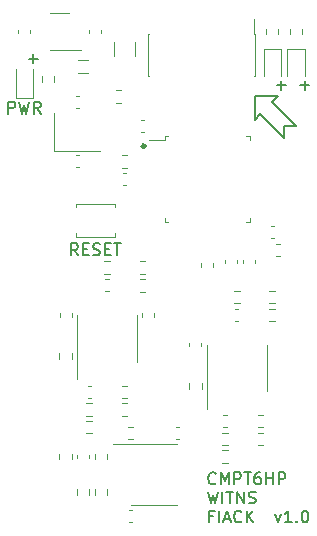
<source format=gbr>
%TF.GenerationSoftware,KiCad,Pcbnew,(6.0.9)*%
%TF.CreationDate,2023-01-29T17:21:33+01:00*%
%TF.ProjectId,witns_processing_board,7769746e-735f-4707-926f-63657373696e,rev?*%
%TF.SameCoordinates,Original*%
%TF.FileFunction,Legend,Top*%
%TF.FilePolarity,Positive*%
%FSLAX46Y46*%
G04 Gerber Fmt 4.6, Leading zero omitted, Abs format (unit mm)*
G04 Created by KiCad (PCBNEW (6.0.9)) date 2023-01-29 17:21:33*
%MOMM*%
%LPD*%
G01*
G04 APERTURE LIST*
%ADD10C,0.300000*%
%ADD11C,0.150000*%
%ADD12C,0.120000*%
G04 APERTURE END LIST*
D10*
X47711803Y-105200000D02*
G75*
G03*
X47711803Y-105200000I-111803J0D01*
G01*
D11*
X57000000Y-101000000D02*
X59000000Y-101000000D01*
X59500000Y-104500000D02*
X59500000Y-103500000D01*
X57000000Y-103000000D02*
X57500000Y-102500000D01*
X57500000Y-102500000D02*
X59500000Y-104500000D01*
X58500000Y-101500000D02*
X60500000Y-103500000D01*
X57000000Y-101000000D02*
X57000000Y-103000000D01*
X59000000Y-101000000D02*
X58500000Y-101500000D01*
X59500000Y-103500000D02*
X60500000Y-103500000D01*
X53707023Y-133747142D02*
X53659404Y-133794761D01*
X53516547Y-133842380D01*
X53421309Y-133842380D01*
X53278452Y-133794761D01*
X53183214Y-133699523D01*
X53135595Y-133604285D01*
X53087976Y-133413809D01*
X53087976Y-133270952D01*
X53135595Y-133080476D01*
X53183214Y-132985238D01*
X53278452Y-132890000D01*
X53421309Y-132842380D01*
X53516547Y-132842380D01*
X53659404Y-132890000D01*
X53707023Y-132937619D01*
X54135595Y-133842380D02*
X54135595Y-132842380D01*
X54468928Y-133556666D01*
X54802261Y-132842380D01*
X54802261Y-133842380D01*
X55278452Y-133842380D02*
X55278452Y-132842380D01*
X55659404Y-132842380D01*
X55754642Y-132890000D01*
X55802261Y-132937619D01*
X55849880Y-133032857D01*
X55849880Y-133175714D01*
X55802261Y-133270952D01*
X55754642Y-133318571D01*
X55659404Y-133366190D01*
X55278452Y-133366190D01*
X56135595Y-132842380D02*
X56707023Y-132842380D01*
X56421309Y-133842380D02*
X56421309Y-132842380D01*
X57468928Y-132842380D02*
X57278452Y-132842380D01*
X57183214Y-132890000D01*
X57135595Y-132937619D01*
X57040357Y-133080476D01*
X56992738Y-133270952D01*
X56992738Y-133651904D01*
X57040357Y-133747142D01*
X57087976Y-133794761D01*
X57183214Y-133842380D01*
X57373690Y-133842380D01*
X57468928Y-133794761D01*
X57516547Y-133747142D01*
X57564166Y-133651904D01*
X57564166Y-133413809D01*
X57516547Y-133318571D01*
X57468928Y-133270952D01*
X57373690Y-133223333D01*
X57183214Y-133223333D01*
X57087976Y-133270952D01*
X57040357Y-133318571D01*
X56992738Y-133413809D01*
X57992738Y-133842380D02*
X57992738Y-132842380D01*
X57992738Y-133318571D02*
X58564166Y-133318571D01*
X58564166Y-133842380D02*
X58564166Y-132842380D01*
X59040357Y-133842380D02*
X59040357Y-132842380D01*
X59421309Y-132842380D01*
X59516547Y-132890000D01*
X59564166Y-132937619D01*
X59611785Y-133032857D01*
X59611785Y-133175714D01*
X59564166Y-133270952D01*
X59516547Y-133318571D01*
X59421309Y-133366190D01*
X59040357Y-133366190D01*
X53040357Y-134452380D02*
X53278452Y-135452380D01*
X53468928Y-134738095D01*
X53659404Y-135452380D01*
X53897500Y-134452380D01*
X54278452Y-135452380D02*
X54278452Y-134452380D01*
X54611785Y-134452380D02*
X55183214Y-134452380D01*
X54897500Y-135452380D02*
X54897500Y-134452380D01*
X55516547Y-135452380D02*
X55516547Y-134452380D01*
X56087976Y-135452380D01*
X56087976Y-134452380D01*
X56516547Y-135404761D02*
X56659404Y-135452380D01*
X56897500Y-135452380D01*
X56992738Y-135404761D01*
X57040357Y-135357142D01*
X57087976Y-135261904D01*
X57087976Y-135166666D01*
X57040357Y-135071428D01*
X56992738Y-135023809D01*
X56897500Y-134976190D01*
X56707023Y-134928571D01*
X56611785Y-134880952D01*
X56564166Y-134833333D01*
X56516547Y-134738095D01*
X56516547Y-134642857D01*
X56564166Y-134547619D01*
X56611785Y-134500000D01*
X56707023Y-134452380D01*
X56945119Y-134452380D01*
X57087976Y-134500000D01*
X53468928Y-136538571D02*
X53135595Y-136538571D01*
X53135595Y-137062380D02*
X53135595Y-136062380D01*
X53611785Y-136062380D01*
X53992738Y-137062380D02*
X53992738Y-136062380D01*
X54421309Y-136776666D02*
X54897500Y-136776666D01*
X54326071Y-137062380D02*
X54659404Y-136062380D01*
X54992738Y-137062380D01*
X55897500Y-136967142D02*
X55849880Y-137014761D01*
X55707023Y-137062380D01*
X55611785Y-137062380D01*
X55468928Y-137014761D01*
X55373690Y-136919523D01*
X55326071Y-136824285D01*
X55278452Y-136633809D01*
X55278452Y-136490952D01*
X55326071Y-136300476D01*
X55373690Y-136205238D01*
X55468928Y-136110000D01*
X55611785Y-136062380D01*
X55707023Y-136062380D01*
X55849880Y-136110000D01*
X55897500Y-136157619D01*
X56326071Y-137062380D02*
X56326071Y-136062380D01*
X56897500Y-137062380D02*
X56468928Y-136490952D01*
X56897500Y-136062380D02*
X56326071Y-136633809D01*
X58754642Y-136395714D02*
X58992738Y-137062380D01*
X59230833Y-136395714D01*
X60135595Y-137062380D02*
X59564166Y-137062380D01*
X59849880Y-137062380D02*
X59849880Y-136062380D01*
X59754642Y-136205238D01*
X59659404Y-136300476D01*
X59564166Y-136348095D01*
X60564166Y-136967142D02*
X60611785Y-137014761D01*
X60564166Y-137062380D01*
X60516547Y-137014761D01*
X60564166Y-136967142D01*
X60564166Y-137062380D01*
X61230833Y-136062380D02*
X61326071Y-136062380D01*
X61421309Y-136110000D01*
X61468928Y-136157619D01*
X61516547Y-136252857D01*
X61564166Y-136443333D01*
X61564166Y-136681428D01*
X61516547Y-136871904D01*
X61468928Y-136967142D01*
X61421309Y-137014761D01*
X61326071Y-137062380D01*
X61230833Y-137062380D01*
X61135595Y-137014761D01*
X61087976Y-136967142D01*
X61040357Y-136871904D01*
X60992738Y-136681428D01*
X60992738Y-136443333D01*
X61040357Y-136252857D01*
X61087976Y-136157619D01*
X61135595Y-136110000D01*
X61230833Y-136062380D01*
X42047619Y-114452380D02*
X41714285Y-113976190D01*
X41476190Y-114452380D02*
X41476190Y-113452380D01*
X41857142Y-113452380D01*
X41952380Y-113500000D01*
X42000000Y-113547619D01*
X42047619Y-113642857D01*
X42047619Y-113785714D01*
X42000000Y-113880952D01*
X41952380Y-113928571D01*
X41857142Y-113976190D01*
X41476190Y-113976190D01*
X42476190Y-113928571D02*
X42809523Y-113928571D01*
X42952380Y-114452380D02*
X42476190Y-114452380D01*
X42476190Y-113452380D01*
X42952380Y-113452380D01*
X43333333Y-114404761D02*
X43476190Y-114452380D01*
X43714285Y-114452380D01*
X43809523Y-114404761D01*
X43857142Y-114357142D01*
X43904761Y-114261904D01*
X43904761Y-114166666D01*
X43857142Y-114071428D01*
X43809523Y-114023809D01*
X43714285Y-113976190D01*
X43523809Y-113928571D01*
X43428571Y-113880952D01*
X43380952Y-113833333D01*
X43333333Y-113738095D01*
X43333333Y-113642857D01*
X43380952Y-113547619D01*
X43428571Y-113500000D01*
X43523809Y-113452380D01*
X43761904Y-113452380D01*
X43904761Y-113500000D01*
X44333333Y-113928571D02*
X44666666Y-113928571D01*
X44809523Y-114452380D02*
X44333333Y-114452380D01*
X44333333Y-113452380D01*
X44809523Y-113452380D01*
X45095238Y-113452380D02*
X45666666Y-113452380D01*
X45380952Y-114452380D02*
X45380952Y-113452380D01*
X58869047Y-100071428D02*
X59630952Y-100071428D01*
X59250000Y-100452380D02*
X59250000Y-99690476D01*
X37869047Y-97821428D02*
X38630952Y-97821428D01*
X38250000Y-98202380D02*
X38250000Y-97440476D01*
X60869047Y-100071428D02*
X61630952Y-100071428D01*
X61250000Y-100452380D02*
X61250000Y-99690476D01*
X36166666Y-102452380D02*
X36166666Y-101452380D01*
X36547619Y-101452380D01*
X36642857Y-101500000D01*
X36690476Y-101547619D01*
X36738095Y-101642857D01*
X36738095Y-101785714D01*
X36690476Y-101880952D01*
X36642857Y-101928571D01*
X36547619Y-101976190D01*
X36166666Y-101976190D01*
X37071428Y-101452380D02*
X37309523Y-102452380D01*
X37500000Y-101738095D01*
X37690476Y-102452380D01*
X37928571Y-101452380D01*
X38880952Y-102452380D02*
X38547619Y-101976190D01*
X38309523Y-102452380D02*
X38309523Y-101452380D01*
X38690476Y-101452380D01*
X38785714Y-101500000D01*
X38833333Y-101547619D01*
X38880952Y-101642857D01*
X38880952Y-101785714D01*
X38833333Y-101880952D01*
X38785714Y-101928571D01*
X38690476Y-101976190D01*
X38309523Y-101976190D01*
D12*
%TO.C,R310*%
X58737258Y-117477500D02*
X58262742Y-117477500D01*
X58737258Y-118522500D02*
X58262742Y-118522500D01*
%TO.C,U303*%
X48500000Y-135560000D02*
X50450000Y-135560000D01*
X48500000Y-130440000D02*
X50450000Y-130440000D01*
X48500000Y-135560000D02*
X46550000Y-135560000D01*
X48500000Y-130440000D02*
X45050000Y-130440000D01*
%TO.C,R319*%
X43477500Y-134737258D02*
X43477500Y-134262742D01*
X44522500Y-134737258D02*
X44522500Y-134262742D01*
%TO.C,D202*%
X57765000Y-97015000D02*
X57765000Y-99300000D01*
X59235000Y-97015000D02*
X57765000Y-97015000D01*
X59235000Y-99300000D02*
X59235000Y-97015000D01*
%TO.C,R317*%
X41522500Y-131262742D02*
X41522500Y-131737258D01*
X40477500Y-131262742D02*
X40477500Y-131737258D01*
%TO.C,U201*%
X49690000Y-111610000D02*
X49390000Y-111610000D01*
X56310000Y-111610000D02*
X56610000Y-111610000D01*
X49690000Y-104390000D02*
X49390000Y-104390000D01*
X49390000Y-104690000D02*
X48075000Y-104690000D01*
X56310000Y-104390000D02*
X56610000Y-104390000D01*
X56610000Y-111610000D02*
X56610000Y-111310000D01*
X49390000Y-111610000D02*
X49390000Y-111310000D01*
X56610000Y-104390000D02*
X56610000Y-104690000D01*
X49390000Y-104390000D02*
X49390000Y-104690000D01*
%TO.C,U302*%
X58060000Y-124000000D02*
X58060000Y-122050000D01*
X58060000Y-124000000D02*
X58060000Y-125950000D01*
X52940000Y-124000000D02*
X52940000Y-127450000D01*
X52940000Y-124000000D02*
X52940000Y-122050000D01*
%TO.C,R316*%
X54737258Y-129477500D02*
X54262742Y-129477500D01*
X54737258Y-130522500D02*
X54262742Y-130522500D01*
%TO.C,R313*%
X58737258Y-120022500D02*
X58262742Y-120022500D01*
X58737258Y-118977500D02*
X58262742Y-118977500D01*
%TO.C,R318*%
X41977500Y-134737258D02*
X41977500Y-134262742D01*
X43022500Y-134737258D02*
X43022500Y-134262742D01*
%TO.C,C306*%
X55640580Y-118990000D02*
X55359420Y-118990000D01*
X55640580Y-120010000D02*
X55359420Y-120010000D01*
%TO.C,R307*%
X44737258Y-114977500D02*
X44262742Y-114977500D01*
X44737258Y-116022500D02*
X44262742Y-116022500D01*
%TO.C,C203*%
X42140580Y-105990000D02*
X41859420Y-105990000D01*
X42140580Y-107010000D02*
X41859420Y-107010000D01*
%TO.C,R301*%
X40477500Y-123237258D02*
X40477500Y-122762742D01*
X41522500Y-123237258D02*
X41522500Y-122762742D01*
%TO.C,L201*%
X53510000Y-115087221D02*
X53510000Y-115412779D01*
X52490000Y-115087221D02*
X52490000Y-115412779D01*
%TO.C,R320*%
X44522500Y-131737258D02*
X44522500Y-131262742D01*
X43477500Y-131737258D02*
X43477500Y-131262742D01*
%TO.C,C301*%
X44640580Y-116490000D02*
X44359420Y-116490000D01*
X44640580Y-117510000D02*
X44359420Y-117510000D01*
%TO.C,R308*%
X43237258Y-126977500D02*
X42762742Y-126977500D01*
X43237258Y-128022500D02*
X42762742Y-128022500D01*
%TO.C,C401*%
X42990000Y-95646267D02*
X42990000Y-95353733D01*
X44010000Y-95646267D02*
X44010000Y-95353733D01*
%TO.C,R312*%
X57737258Y-130522500D02*
X57262742Y-130522500D01*
X57737258Y-129477500D02*
X57262742Y-129477500D01*
%TO.C,C307*%
X54640580Y-127990000D02*
X54359420Y-127990000D01*
X54640580Y-129010000D02*
X54359420Y-129010000D01*
%TO.C,C202*%
X41859420Y-100990000D02*
X42140580Y-100990000D01*
X41859420Y-102010000D02*
X42140580Y-102010000D01*
%TO.C,C303*%
X43140580Y-126510000D02*
X42859420Y-126510000D01*
X43140580Y-125490000D02*
X42859420Y-125490000D01*
%TO.C,R309*%
X52522500Y-125737258D02*
X52522500Y-125262742D01*
X51477500Y-125737258D02*
X51477500Y-125262742D01*
%TO.C,C402*%
X38010000Y-95646267D02*
X38010000Y-95353733D01*
X36990000Y-95646267D02*
X36990000Y-95353733D01*
%TO.C,C207*%
X55990000Y-114853733D02*
X55990000Y-115146267D01*
X57010000Y-114853733D02*
X57010000Y-115146267D01*
%TO.C,R202*%
X57977500Y-95737258D02*
X57977500Y-95262742D01*
X59022500Y-95737258D02*
X59022500Y-95262742D01*
%TO.C,C206*%
X58646267Y-111990000D02*
X58353733Y-111990000D01*
X58646267Y-113010000D02*
X58353733Y-113010000D01*
%TO.C,U301*%
X41940000Y-121500000D02*
X41940000Y-119550000D01*
X47060000Y-121500000D02*
X47060000Y-123450000D01*
X41940000Y-121500000D02*
X41940000Y-124950000D01*
X47060000Y-121500000D02*
X47060000Y-119550000D01*
%TO.C,C302*%
X48510000Y-119640580D02*
X48510000Y-119359420D01*
X47490000Y-119640580D02*
X47490000Y-119359420D01*
%TO.C,C308*%
X50359420Y-130010000D02*
X50640580Y-130010000D01*
X50359420Y-128990000D02*
X50640580Y-128990000D01*
%TO.C,C310*%
X43010000Y-131640580D02*
X43010000Y-131359420D01*
X41990000Y-131640580D02*
X41990000Y-131359420D01*
%TO.C,R304*%
X46237258Y-128022500D02*
X45762742Y-128022500D01*
X46237258Y-126977500D02*
X45762742Y-126977500D01*
%TO.C,C309*%
X46359420Y-137010000D02*
X46640580Y-137010000D01*
X46359420Y-135990000D02*
X46640580Y-135990000D01*
%TO.C,U401*%
X40500000Y-97060000D02*
X39700000Y-97060000D01*
X40500000Y-97060000D02*
X42300000Y-97060000D01*
X40500000Y-93940000D02*
X39700000Y-93940000D01*
X40500000Y-93940000D02*
X41300000Y-93940000D01*
%TO.C,D201*%
X61235000Y-97015000D02*
X59765000Y-97015000D01*
X59765000Y-97015000D02*
X59765000Y-99300000D01*
X61235000Y-99300000D02*
X61235000Y-97015000D01*
%TO.C,R201*%
X61022500Y-95737258D02*
X61022500Y-95262742D01*
X59977500Y-95737258D02*
X59977500Y-95262742D01*
%TO.C,R314*%
X57737258Y-129022500D02*
X57262742Y-129022500D01*
X57737258Y-127977500D02*
X57262742Y-127977500D01*
%TO.C,C304*%
X52510000Y-122140580D02*
X52510000Y-121859420D01*
X51490000Y-122140580D02*
X51490000Y-121859420D01*
%TO.C,R315*%
X55737258Y-117477500D02*
X55262742Y-117477500D01*
X55737258Y-118522500D02*
X55262742Y-118522500D01*
%TO.C,SW201*%
X41850000Y-112900000D02*
X45150000Y-112900000D01*
X45150000Y-110100000D02*
X45150000Y-110400000D01*
X41850000Y-110100000D02*
X45150000Y-110100000D01*
X45150000Y-112900000D02*
X45150000Y-112600000D01*
X41850000Y-112600000D02*
X41850000Y-112900000D01*
X41850000Y-110400000D02*
X41850000Y-110100000D01*
%TO.C,J201*%
X47995000Y-95735000D02*
X47995000Y-99265000D01*
X48060000Y-95735000D02*
X47995000Y-95735000D01*
X57005000Y-95735000D02*
X56940000Y-95735000D01*
X57005000Y-95735000D02*
X57005000Y-99265000D01*
X57005000Y-99265000D02*
X56940000Y-99265000D01*
X56940000Y-94410000D02*
X56940000Y-95735000D01*
X48060000Y-99265000D02*
X47995000Y-99265000D01*
%TO.C,R311*%
X54262742Y-132022500D02*
X54737258Y-132022500D01*
X54262742Y-130977500D02*
X54737258Y-130977500D01*
%TO.C,D401*%
X36765000Y-101160000D02*
X38235000Y-101160000D01*
X36765000Y-98700000D02*
X36765000Y-101160000D01*
X38235000Y-101160000D02*
X38235000Y-98700000D01*
%TO.C,Y201*%
X40050000Y-102400000D02*
X40050000Y-105600000D01*
X40050000Y-105600000D02*
X43950000Y-105600000D01*
%TO.C,R203*%
X45762742Y-105977500D02*
X46237258Y-105977500D01*
X45762742Y-107022500D02*
X46237258Y-107022500D01*
%TO.C,R204*%
X45737258Y-100477500D02*
X45262742Y-100477500D01*
X45737258Y-101522500D02*
X45262742Y-101522500D01*
%TO.C,C305*%
X41510000Y-119640580D02*
X41510000Y-119359420D01*
X40490000Y-119640580D02*
X40490000Y-119359420D01*
%TO.C,R303*%
X42762742Y-128477500D02*
X43237258Y-128477500D01*
X42762742Y-129522500D02*
X43237258Y-129522500D01*
%TO.C,R321*%
X46262742Y-130022500D02*
X46737258Y-130022500D01*
X46262742Y-128977500D02*
X46737258Y-128977500D01*
%TO.C,R401*%
X38977500Y-99754724D02*
X38977500Y-99245276D01*
X40022500Y-99754724D02*
X40022500Y-99245276D01*
%TO.C,C208*%
X54490000Y-114853733D02*
X54490000Y-115146267D01*
X55510000Y-114853733D02*
X55510000Y-115146267D01*
%TO.C,FB401*%
X42910242Y-99060000D02*
X42089758Y-99060000D01*
X42910242Y-97940000D02*
X42089758Y-97940000D01*
%TO.C,R302*%
X47737258Y-116022500D02*
X47262742Y-116022500D01*
X47737258Y-114977500D02*
X47262742Y-114977500D01*
%TO.C,C205*%
X47353733Y-104010000D02*
X47646267Y-104010000D01*
X47353733Y-102990000D02*
X47646267Y-102990000D01*
%TO.C,R306*%
X46237258Y-125477500D02*
X45762742Y-125477500D01*
X46237258Y-126522500D02*
X45762742Y-126522500D01*
%TO.C,C201*%
X46140580Y-107490000D02*
X45859420Y-107490000D01*
X46140580Y-108510000D02*
X45859420Y-108510000D01*
%TO.C,C204*%
X59146267Y-114510000D02*
X58853733Y-114510000D01*
X59146267Y-113490000D02*
X58853733Y-113490000D01*
%TO.C,R305*%
X47737258Y-116477500D02*
X47262742Y-116477500D01*
X47737258Y-117522500D02*
X47262742Y-117522500D01*
%TO.C,F401*%
X45090000Y-96397936D02*
X45090000Y-97602064D01*
X46910000Y-96397936D02*
X46910000Y-97602064D01*
%TD*%
M02*

</source>
